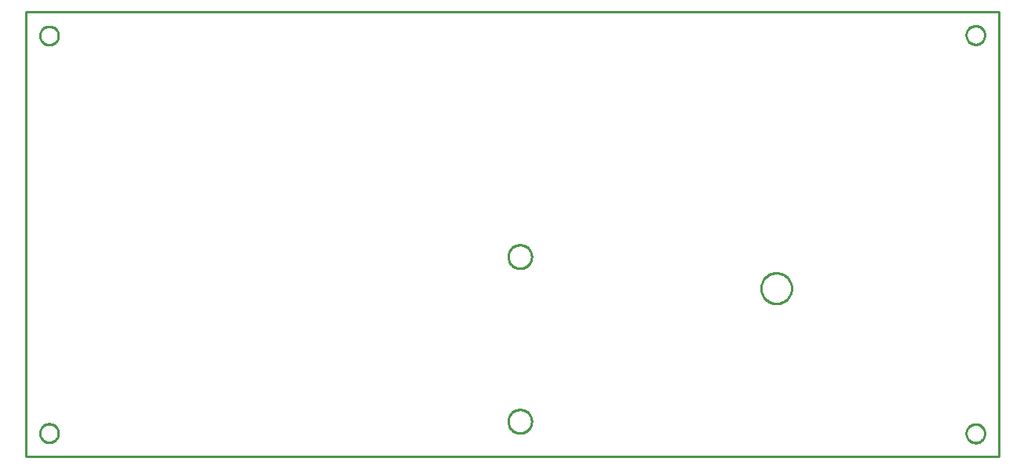
<source format=gbr>
G04 EAGLE Gerber RS-274X export*
G75*
%MOMM*%
%FSLAX34Y34*%
%LPD*%
%IN*%
%IPPOS*%
%AMOC8*
5,1,8,0,0,1.08239X$1,22.5*%
G01*
%ADD10C,0.254000*%


D10*
X0Y0D02*
X1050000Y0D01*
X1050000Y480000D01*
X0Y480000D01*
X0Y0D01*
X35400Y454063D02*
X35324Y453194D01*
X35172Y452334D01*
X34946Y451490D01*
X34648Y450670D01*
X34279Y449878D01*
X33842Y449122D01*
X33341Y448407D01*
X32780Y447738D01*
X32162Y447120D01*
X31493Y446559D01*
X30778Y446058D01*
X30022Y445621D01*
X29230Y445252D01*
X28410Y444954D01*
X27566Y444728D01*
X26707Y444576D01*
X25837Y444500D01*
X24963Y444500D01*
X24094Y444576D01*
X23234Y444728D01*
X22390Y444954D01*
X21570Y445252D01*
X20778Y445621D01*
X20022Y446058D01*
X19307Y446559D01*
X18638Y447120D01*
X18020Y447738D01*
X17459Y448407D01*
X16958Y449122D01*
X16521Y449878D01*
X16152Y450670D01*
X15854Y451490D01*
X15628Y452334D01*
X15476Y453194D01*
X15400Y454063D01*
X15400Y454937D01*
X15476Y455807D01*
X15628Y456666D01*
X15854Y457510D01*
X16152Y458330D01*
X16521Y459122D01*
X16958Y459878D01*
X17459Y460593D01*
X18020Y461262D01*
X18638Y461880D01*
X19307Y462441D01*
X20022Y462942D01*
X20778Y463379D01*
X21570Y463748D01*
X22390Y464046D01*
X23234Y464272D01*
X24094Y464424D01*
X24963Y464500D01*
X25837Y464500D01*
X26707Y464424D01*
X27566Y464272D01*
X28410Y464046D01*
X29230Y463748D01*
X30022Y463379D01*
X30778Y462942D01*
X31493Y462441D01*
X32162Y461880D01*
X32780Y461262D01*
X33341Y460593D01*
X33842Y459878D01*
X34279Y459122D01*
X34648Y458330D01*
X34946Y457510D01*
X35172Y456666D01*
X35324Y455807D01*
X35400Y454937D01*
X35400Y454063D01*
X35400Y24963D02*
X35324Y24094D01*
X35172Y23234D01*
X34946Y22390D01*
X34648Y21570D01*
X34279Y20778D01*
X33842Y20022D01*
X33341Y19307D01*
X32780Y18638D01*
X32162Y18020D01*
X31493Y17459D01*
X30778Y16958D01*
X30022Y16521D01*
X29230Y16152D01*
X28410Y15854D01*
X27566Y15628D01*
X26707Y15476D01*
X25837Y15400D01*
X24963Y15400D01*
X24094Y15476D01*
X23234Y15628D01*
X22390Y15854D01*
X21570Y16152D01*
X20778Y16521D01*
X20022Y16958D01*
X19307Y17459D01*
X18638Y18020D01*
X18020Y18638D01*
X17459Y19307D01*
X16958Y20022D01*
X16521Y20778D01*
X16152Y21570D01*
X15854Y22390D01*
X15628Y23234D01*
X15476Y24094D01*
X15400Y24963D01*
X15400Y25837D01*
X15476Y26707D01*
X15628Y27566D01*
X15854Y28410D01*
X16152Y29230D01*
X16521Y30022D01*
X16958Y30778D01*
X17459Y31493D01*
X18020Y32162D01*
X18638Y32780D01*
X19307Y33341D01*
X20022Y33842D01*
X20778Y34279D01*
X21570Y34648D01*
X22390Y34946D01*
X23234Y35172D01*
X24094Y35324D01*
X24963Y35400D01*
X25837Y35400D01*
X26707Y35324D01*
X27566Y35172D01*
X28410Y34946D01*
X29230Y34648D01*
X30022Y34279D01*
X30778Y33842D01*
X31493Y33341D01*
X32162Y32780D01*
X32780Y32162D01*
X33341Y31493D01*
X33842Y30778D01*
X34279Y30022D01*
X34648Y29230D01*
X34946Y28410D01*
X35172Y27566D01*
X35324Y26707D01*
X35400Y25837D01*
X35400Y24963D01*
X1035000Y454563D02*
X1034924Y453694D01*
X1034772Y452834D01*
X1034546Y451990D01*
X1034248Y451170D01*
X1033879Y450378D01*
X1033442Y449622D01*
X1032941Y448907D01*
X1032380Y448238D01*
X1031762Y447620D01*
X1031093Y447059D01*
X1030378Y446558D01*
X1029622Y446121D01*
X1028830Y445752D01*
X1028010Y445454D01*
X1027166Y445228D01*
X1026307Y445076D01*
X1025437Y445000D01*
X1024563Y445000D01*
X1023694Y445076D01*
X1022834Y445228D01*
X1021990Y445454D01*
X1021170Y445752D01*
X1020378Y446121D01*
X1019622Y446558D01*
X1018907Y447059D01*
X1018238Y447620D01*
X1017620Y448238D01*
X1017059Y448907D01*
X1016558Y449622D01*
X1016121Y450378D01*
X1015752Y451170D01*
X1015454Y451990D01*
X1015228Y452834D01*
X1015076Y453694D01*
X1015000Y454563D01*
X1015000Y455437D01*
X1015076Y456307D01*
X1015228Y457166D01*
X1015454Y458010D01*
X1015752Y458830D01*
X1016121Y459622D01*
X1016558Y460378D01*
X1017059Y461093D01*
X1017620Y461762D01*
X1018238Y462380D01*
X1018907Y462941D01*
X1019622Y463442D01*
X1020378Y463879D01*
X1021170Y464248D01*
X1021990Y464546D01*
X1022834Y464772D01*
X1023694Y464924D01*
X1024563Y465000D01*
X1025437Y465000D01*
X1026307Y464924D01*
X1027166Y464772D01*
X1028010Y464546D01*
X1028830Y464248D01*
X1029622Y463879D01*
X1030378Y463442D01*
X1031093Y462941D01*
X1031762Y462380D01*
X1032380Y461762D01*
X1032941Y461093D01*
X1033442Y460378D01*
X1033879Y459622D01*
X1034248Y458830D01*
X1034546Y458010D01*
X1034772Y457166D01*
X1034924Y456307D01*
X1035000Y455437D01*
X1035000Y454563D01*
X1035000Y24563D02*
X1034924Y23694D01*
X1034772Y22834D01*
X1034546Y21990D01*
X1034248Y21170D01*
X1033879Y20378D01*
X1033442Y19622D01*
X1032941Y18907D01*
X1032380Y18238D01*
X1031762Y17620D01*
X1031093Y17059D01*
X1030378Y16558D01*
X1029622Y16121D01*
X1028830Y15752D01*
X1028010Y15454D01*
X1027166Y15228D01*
X1026307Y15076D01*
X1025437Y15000D01*
X1024563Y15000D01*
X1023694Y15076D01*
X1022834Y15228D01*
X1021990Y15454D01*
X1021170Y15752D01*
X1020378Y16121D01*
X1019622Y16558D01*
X1018907Y17059D01*
X1018238Y17620D01*
X1017620Y18238D01*
X1017059Y18907D01*
X1016558Y19622D01*
X1016121Y20378D01*
X1015752Y21170D01*
X1015454Y21990D01*
X1015228Y22834D01*
X1015076Y23694D01*
X1015000Y24563D01*
X1015000Y25437D01*
X1015076Y26307D01*
X1015228Y27166D01*
X1015454Y28010D01*
X1015752Y28830D01*
X1016121Y29622D01*
X1016558Y30378D01*
X1017059Y31093D01*
X1017620Y31762D01*
X1018238Y32380D01*
X1018907Y32941D01*
X1019622Y33442D01*
X1020378Y33879D01*
X1021170Y34248D01*
X1021990Y34546D01*
X1022834Y34772D01*
X1023694Y34924D01*
X1024563Y35000D01*
X1025437Y35000D01*
X1026307Y34924D01*
X1027166Y34772D01*
X1028010Y34546D01*
X1028830Y34248D01*
X1029622Y33879D01*
X1030378Y33442D01*
X1031093Y32941D01*
X1031762Y32380D01*
X1032380Y31762D01*
X1032941Y31093D01*
X1033442Y30378D01*
X1033879Y29622D01*
X1034248Y28830D01*
X1034546Y28010D01*
X1034772Y27166D01*
X1034924Y26307D01*
X1035000Y25437D01*
X1035000Y24563D01*
X546100Y215401D02*
X546022Y214406D01*
X545866Y213420D01*
X545633Y212450D01*
X545324Y211501D01*
X544942Y210579D01*
X544489Y209690D01*
X543968Y208839D01*
X543381Y208031D01*
X542733Y207273D01*
X542027Y206567D01*
X541269Y205919D01*
X540461Y205332D01*
X539610Y204811D01*
X538721Y204358D01*
X537799Y203976D01*
X536850Y203667D01*
X535880Y203434D01*
X534894Y203278D01*
X533899Y203200D01*
X532901Y203200D01*
X531906Y203278D01*
X530920Y203434D01*
X529950Y203667D01*
X529001Y203976D01*
X528079Y204358D01*
X527190Y204811D01*
X526339Y205332D01*
X525531Y205919D01*
X524773Y206567D01*
X524067Y207273D01*
X523419Y208031D01*
X522832Y208839D01*
X522311Y209690D01*
X521858Y210579D01*
X521476Y211501D01*
X521167Y212450D01*
X520934Y213420D01*
X520778Y214406D01*
X520700Y215401D01*
X520700Y216399D01*
X520778Y217394D01*
X520934Y218380D01*
X521167Y219350D01*
X521476Y220299D01*
X521858Y221221D01*
X522311Y222110D01*
X522832Y222961D01*
X523419Y223769D01*
X524067Y224527D01*
X524773Y225233D01*
X525531Y225881D01*
X526339Y226468D01*
X527190Y226989D01*
X528079Y227442D01*
X529001Y227824D01*
X529950Y228133D01*
X530920Y228366D01*
X531906Y228522D01*
X532901Y228600D01*
X533899Y228600D01*
X534894Y228522D01*
X535880Y228366D01*
X536850Y228133D01*
X537799Y227824D01*
X538721Y227442D01*
X539610Y226989D01*
X540461Y226468D01*
X541269Y225881D01*
X542027Y225233D01*
X542733Y224527D01*
X543381Y223769D01*
X543968Y222961D01*
X544489Y222110D01*
X544942Y221221D01*
X545324Y220299D01*
X545633Y219350D01*
X545866Y218380D01*
X546022Y217394D01*
X546100Y216399D01*
X546100Y215401D01*
X546100Y37601D02*
X546022Y36606D01*
X545866Y35620D01*
X545633Y34650D01*
X545324Y33701D01*
X544942Y32779D01*
X544489Y31890D01*
X543968Y31039D01*
X543381Y30231D01*
X542733Y29473D01*
X542027Y28767D01*
X541269Y28119D01*
X540461Y27532D01*
X539610Y27011D01*
X538721Y26558D01*
X537799Y26176D01*
X536850Y25867D01*
X535880Y25634D01*
X534894Y25478D01*
X533899Y25400D01*
X532901Y25400D01*
X531906Y25478D01*
X530920Y25634D01*
X529950Y25867D01*
X529001Y26176D01*
X528079Y26558D01*
X527190Y27011D01*
X526339Y27532D01*
X525531Y28119D01*
X524773Y28767D01*
X524067Y29473D01*
X523419Y30231D01*
X522832Y31039D01*
X522311Y31890D01*
X521858Y32779D01*
X521476Y33701D01*
X521167Y34650D01*
X520934Y35620D01*
X520778Y36606D01*
X520700Y37601D01*
X520700Y38599D01*
X520778Y39594D01*
X520934Y40580D01*
X521167Y41550D01*
X521476Y42499D01*
X521858Y43421D01*
X522311Y44310D01*
X522832Y45161D01*
X523419Y45969D01*
X524067Y46727D01*
X524773Y47433D01*
X525531Y48081D01*
X526339Y48668D01*
X527190Y49189D01*
X528079Y49642D01*
X529001Y50024D01*
X529950Y50333D01*
X530920Y50566D01*
X531906Y50722D01*
X532901Y50800D01*
X533899Y50800D01*
X534894Y50722D01*
X535880Y50566D01*
X536850Y50333D01*
X537799Y50024D01*
X538721Y49642D01*
X539610Y49189D01*
X540461Y48668D01*
X541269Y48081D01*
X542027Y47433D01*
X542733Y46727D01*
X543381Y45969D01*
X543968Y45161D01*
X544489Y44310D01*
X544942Y43421D01*
X545324Y42499D01*
X545633Y41550D01*
X545866Y40580D01*
X546022Y39594D01*
X546100Y38599D01*
X546100Y37601D01*
X826510Y182280D02*
X826439Y183359D01*
X826298Y184431D01*
X826087Y185491D01*
X825808Y186535D01*
X825460Y187559D01*
X825046Y188557D01*
X824568Y189527D01*
X824028Y190463D01*
X823427Y191362D01*
X822769Y192219D01*
X822057Y193032D01*
X821292Y193797D01*
X820479Y194509D01*
X819622Y195167D01*
X818723Y195768D01*
X817787Y196308D01*
X816817Y196786D01*
X815819Y197200D01*
X814795Y197548D01*
X813751Y197827D01*
X812691Y198038D01*
X811619Y198179D01*
X810540Y198250D01*
X809460Y198250D01*
X808381Y198179D01*
X807309Y198038D01*
X806249Y197827D01*
X805205Y197548D01*
X804181Y197200D01*
X803183Y196786D01*
X802213Y196308D01*
X801277Y195768D01*
X800378Y195167D01*
X799521Y194509D01*
X798708Y193797D01*
X797944Y193032D01*
X797231Y192219D01*
X796573Y191362D01*
X795972Y190463D01*
X795432Y189527D01*
X794954Y188557D01*
X794540Y187559D01*
X794192Y186535D01*
X793913Y185491D01*
X793702Y184431D01*
X793561Y183359D01*
X793490Y182280D01*
X793490Y181200D01*
X793561Y180121D01*
X793702Y179049D01*
X793913Y177989D01*
X794192Y176945D01*
X794540Y175921D01*
X794954Y174923D01*
X795432Y173953D01*
X795972Y173017D01*
X796573Y172118D01*
X797231Y171261D01*
X797944Y170448D01*
X798708Y169684D01*
X799521Y168971D01*
X800378Y168313D01*
X801277Y167712D01*
X802213Y167172D01*
X803183Y166694D01*
X804181Y166280D01*
X805205Y165932D01*
X806249Y165653D01*
X807309Y165442D01*
X808381Y165301D01*
X809460Y165230D01*
X810540Y165230D01*
X811619Y165301D01*
X812691Y165442D01*
X813751Y165653D01*
X814795Y165932D01*
X815819Y166280D01*
X816817Y166694D01*
X817787Y167172D01*
X818723Y167712D01*
X819622Y168313D01*
X820479Y168971D01*
X821292Y169684D01*
X822057Y170448D01*
X822769Y171261D01*
X823427Y172118D01*
X824028Y173017D01*
X824568Y173953D01*
X825046Y174923D01*
X825460Y175921D01*
X825808Y176945D01*
X826087Y177989D01*
X826298Y179049D01*
X826439Y180121D01*
X826510Y181200D01*
X826510Y182280D01*
M02*

</source>
